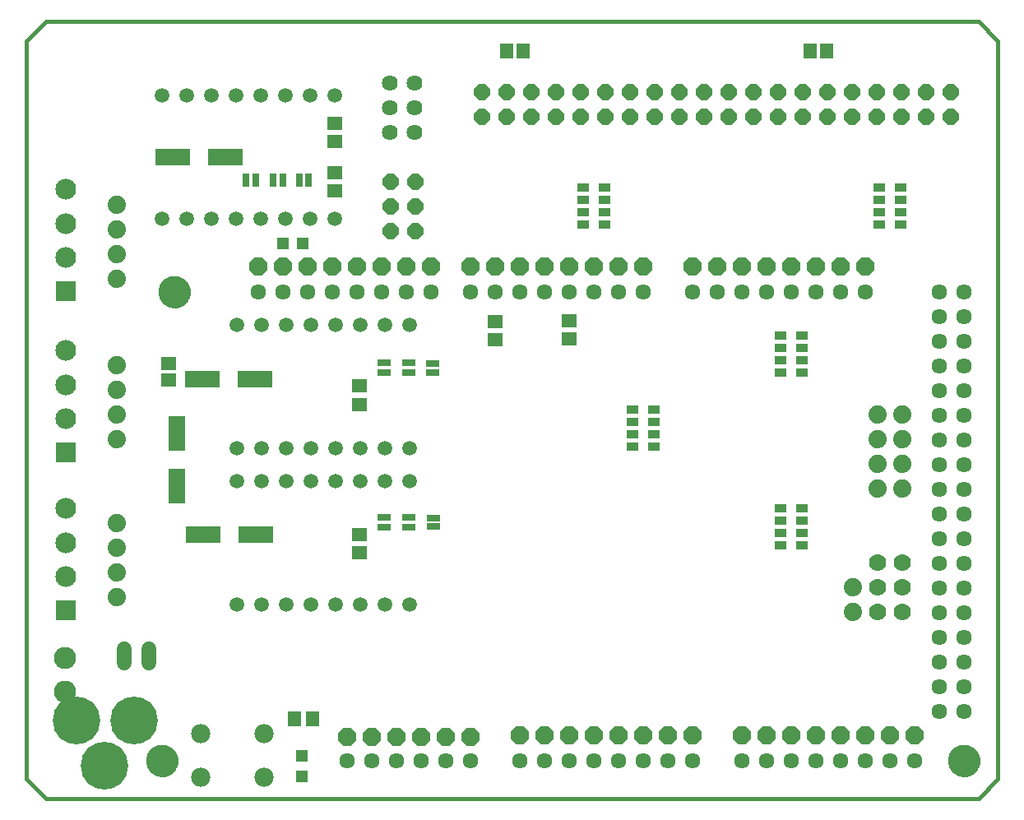
<source format=gts>
G75*
G70*
%OFA0B0*%
%FSLAX24Y24*%
%IPPOS*%
%LPD*%
%AMOC8*
5,1,8,0,0,1.08239X$1,22.5*
%
%ADD10C,0.0160*%
%ADD11C,0.0634*%
%ADD12C,0.0000*%
%ADD13C,0.1300*%
%ADD14R,0.0512X0.0512*%
%ADD15R,0.0670X0.1418*%
%ADD16R,0.0631X0.0552*%
%ADD17C,0.0740*%
%ADD18C,0.0594*%
%ADD19C,0.0640*%
%ADD20R,0.1418X0.0670*%
%ADD21C,0.1930*%
%ADD22C,0.0600*%
%ADD23R,0.0552X0.0631*%
%ADD24R,0.0840X0.0840*%
%ADD25C,0.0840*%
%ADD26C,0.0900*%
%ADD27C,0.0780*%
%ADD28R,0.0473X0.0335*%
%ADD29OC8,0.0740*%
%ADD30C,0.0700*%
%ADD31OC8,0.0640*%
%ADD32R,0.0540X0.0290*%
%ADD33R,0.0290X0.0540*%
D10*
X002220Y002007D02*
X003007Y001220D01*
X040803Y001220D01*
X041590Y002007D01*
X041590Y031929D01*
X040803Y032716D01*
X003007Y032716D01*
X002220Y031929D01*
X002220Y002007D01*
D11*
X015220Y002751D03*
X016220Y002751D03*
X017220Y002751D03*
X018220Y002751D03*
X019220Y002751D03*
X020220Y002751D03*
X022220Y002751D03*
X023220Y002751D03*
X024220Y002751D03*
X025220Y002751D03*
X026220Y002751D03*
X027220Y002751D03*
X028220Y002751D03*
X029220Y002751D03*
X031220Y002751D03*
X032220Y002751D03*
X033220Y002751D03*
X034220Y002751D03*
X035220Y002751D03*
X036220Y002751D03*
X037220Y002751D03*
X038220Y002751D03*
X039220Y004751D03*
X040220Y004751D03*
X040220Y005751D03*
X039220Y005751D03*
X039220Y006751D03*
X040220Y006751D03*
X040220Y007751D03*
X039220Y007751D03*
X039220Y008751D03*
X040220Y008751D03*
X040220Y009751D03*
X039220Y009751D03*
X039220Y010751D03*
X040220Y010751D03*
X040220Y011751D03*
X039220Y011751D03*
X039220Y012751D03*
X040220Y012751D03*
X040220Y013751D03*
X039220Y013751D03*
X039220Y014751D03*
X040220Y014751D03*
X040220Y015751D03*
X039220Y015751D03*
X039220Y016751D03*
X040220Y016751D03*
X040220Y017751D03*
X039220Y017751D03*
X039220Y018751D03*
X040220Y018751D03*
X040220Y019751D03*
X039220Y019751D03*
X039220Y020751D03*
X040220Y020751D03*
X040220Y021751D03*
X039220Y021751D03*
X036220Y021751D03*
X035220Y021751D03*
X034220Y021751D03*
X033220Y021751D03*
X032220Y021751D03*
X031220Y021751D03*
X030220Y021751D03*
X029220Y021751D03*
X027220Y021751D03*
X026220Y021751D03*
X025220Y021751D03*
X024220Y021751D03*
X023220Y021751D03*
X022220Y021751D03*
X021220Y021751D03*
X020220Y021751D03*
X018620Y021751D03*
X017620Y021751D03*
X016620Y021751D03*
X015620Y021751D03*
X014620Y021751D03*
X013620Y021751D03*
X012620Y021751D03*
X011620Y021751D03*
D12*
X007590Y021751D02*
X007592Y021801D01*
X007598Y021851D01*
X007608Y021900D01*
X007622Y021948D01*
X007639Y021995D01*
X007660Y022040D01*
X007685Y022084D01*
X007713Y022125D01*
X007745Y022164D01*
X007779Y022201D01*
X007816Y022235D01*
X007856Y022265D01*
X007898Y022292D01*
X007942Y022316D01*
X007988Y022337D01*
X008035Y022353D01*
X008083Y022366D01*
X008133Y022375D01*
X008182Y022380D01*
X008233Y022381D01*
X008283Y022378D01*
X008332Y022371D01*
X008381Y022360D01*
X008429Y022345D01*
X008475Y022327D01*
X008520Y022305D01*
X008563Y022279D01*
X008604Y022250D01*
X008643Y022218D01*
X008679Y022183D01*
X008711Y022145D01*
X008741Y022105D01*
X008768Y022062D01*
X008791Y022018D01*
X008810Y021972D01*
X008826Y021924D01*
X008838Y021875D01*
X008846Y021826D01*
X008850Y021776D01*
X008850Y021726D01*
X008846Y021676D01*
X008838Y021627D01*
X008826Y021578D01*
X008810Y021530D01*
X008791Y021484D01*
X008768Y021440D01*
X008741Y021397D01*
X008711Y021357D01*
X008679Y021319D01*
X008643Y021284D01*
X008604Y021252D01*
X008563Y021223D01*
X008520Y021197D01*
X008475Y021175D01*
X008429Y021157D01*
X008381Y021142D01*
X008332Y021131D01*
X008283Y021124D01*
X008233Y021121D01*
X008182Y021122D01*
X008133Y021127D01*
X008083Y021136D01*
X008035Y021149D01*
X007988Y021165D01*
X007942Y021186D01*
X007898Y021210D01*
X007856Y021237D01*
X007816Y021267D01*
X007779Y021301D01*
X007745Y021338D01*
X007713Y021377D01*
X007685Y021418D01*
X007660Y021462D01*
X007639Y021507D01*
X007622Y021554D01*
X007608Y021602D01*
X007598Y021651D01*
X007592Y021701D01*
X007590Y021751D01*
X007090Y002751D02*
X007092Y002801D01*
X007098Y002851D01*
X007108Y002900D01*
X007122Y002948D01*
X007139Y002995D01*
X007160Y003040D01*
X007185Y003084D01*
X007213Y003125D01*
X007245Y003164D01*
X007279Y003201D01*
X007316Y003235D01*
X007356Y003265D01*
X007398Y003292D01*
X007442Y003316D01*
X007488Y003337D01*
X007535Y003353D01*
X007583Y003366D01*
X007633Y003375D01*
X007682Y003380D01*
X007733Y003381D01*
X007783Y003378D01*
X007832Y003371D01*
X007881Y003360D01*
X007929Y003345D01*
X007975Y003327D01*
X008020Y003305D01*
X008063Y003279D01*
X008104Y003250D01*
X008143Y003218D01*
X008179Y003183D01*
X008211Y003145D01*
X008241Y003105D01*
X008268Y003062D01*
X008291Y003018D01*
X008310Y002972D01*
X008326Y002924D01*
X008338Y002875D01*
X008346Y002826D01*
X008350Y002776D01*
X008350Y002726D01*
X008346Y002676D01*
X008338Y002627D01*
X008326Y002578D01*
X008310Y002530D01*
X008291Y002484D01*
X008268Y002440D01*
X008241Y002397D01*
X008211Y002357D01*
X008179Y002319D01*
X008143Y002284D01*
X008104Y002252D01*
X008063Y002223D01*
X008020Y002197D01*
X007975Y002175D01*
X007929Y002157D01*
X007881Y002142D01*
X007832Y002131D01*
X007783Y002124D01*
X007733Y002121D01*
X007682Y002122D01*
X007633Y002127D01*
X007583Y002136D01*
X007535Y002149D01*
X007488Y002165D01*
X007442Y002186D01*
X007398Y002210D01*
X007356Y002237D01*
X007316Y002267D01*
X007279Y002301D01*
X007245Y002338D01*
X007213Y002377D01*
X007185Y002418D01*
X007160Y002462D01*
X007139Y002507D01*
X007122Y002554D01*
X007108Y002602D01*
X007098Y002651D01*
X007092Y002701D01*
X007090Y002751D01*
X039590Y002751D02*
X039592Y002801D01*
X039598Y002851D01*
X039608Y002900D01*
X039622Y002948D01*
X039639Y002995D01*
X039660Y003040D01*
X039685Y003084D01*
X039713Y003125D01*
X039745Y003164D01*
X039779Y003201D01*
X039816Y003235D01*
X039856Y003265D01*
X039898Y003292D01*
X039942Y003316D01*
X039988Y003337D01*
X040035Y003353D01*
X040083Y003366D01*
X040133Y003375D01*
X040182Y003380D01*
X040233Y003381D01*
X040283Y003378D01*
X040332Y003371D01*
X040381Y003360D01*
X040429Y003345D01*
X040475Y003327D01*
X040520Y003305D01*
X040563Y003279D01*
X040604Y003250D01*
X040643Y003218D01*
X040679Y003183D01*
X040711Y003145D01*
X040741Y003105D01*
X040768Y003062D01*
X040791Y003018D01*
X040810Y002972D01*
X040826Y002924D01*
X040838Y002875D01*
X040846Y002826D01*
X040850Y002776D01*
X040850Y002726D01*
X040846Y002676D01*
X040838Y002627D01*
X040826Y002578D01*
X040810Y002530D01*
X040791Y002484D01*
X040768Y002440D01*
X040741Y002397D01*
X040711Y002357D01*
X040679Y002319D01*
X040643Y002284D01*
X040604Y002252D01*
X040563Y002223D01*
X040520Y002197D01*
X040475Y002175D01*
X040429Y002157D01*
X040381Y002142D01*
X040332Y002131D01*
X040283Y002124D01*
X040233Y002121D01*
X040182Y002122D01*
X040133Y002127D01*
X040083Y002136D01*
X040035Y002149D01*
X039988Y002165D01*
X039942Y002186D01*
X039898Y002210D01*
X039856Y002237D01*
X039816Y002267D01*
X039779Y002301D01*
X039745Y002338D01*
X039713Y002377D01*
X039685Y002418D01*
X039660Y002462D01*
X039639Y002507D01*
X039622Y002554D01*
X039608Y002602D01*
X039598Y002651D01*
X039592Y002701D01*
X039590Y002751D01*
D13*
X040220Y002751D03*
X008220Y021751D03*
X007720Y002751D03*
D14*
X013379Y002954D03*
X013379Y002127D03*
X013433Y023720D03*
X012607Y023720D03*
D15*
X008311Y016021D03*
X008311Y013895D03*
D16*
X007976Y018180D03*
X007976Y018849D03*
X015720Y017944D03*
X015720Y017196D03*
X021212Y019814D03*
X021212Y020562D03*
X024220Y020594D03*
X024220Y019846D03*
X014720Y025846D03*
X014720Y026594D03*
X014720Y027846D03*
X014720Y028594D03*
X015733Y011921D03*
X015733Y011173D03*
D17*
X005870Y011389D03*
X005870Y012389D03*
X005870Y010389D03*
X005870Y009389D03*
X005870Y015786D03*
X005870Y016786D03*
X005870Y017786D03*
X005870Y018786D03*
X005870Y022270D03*
X005870Y023270D03*
X005870Y024270D03*
X005870Y025270D03*
X035720Y009770D03*
X035720Y008770D03*
X036720Y013770D03*
X037720Y013770D03*
X037720Y014770D03*
X036720Y014770D03*
X036720Y015770D03*
X037720Y015770D03*
X037720Y016770D03*
X036720Y016770D03*
D18*
X017748Y015417D03*
X016748Y015417D03*
X015748Y015417D03*
X014748Y015417D03*
X013748Y015417D03*
X012748Y015417D03*
X011748Y015417D03*
X010748Y015417D03*
X010767Y014098D03*
X011767Y014098D03*
X012767Y014098D03*
X013767Y014098D03*
X014767Y014098D03*
X015767Y014098D03*
X016767Y014098D03*
X017767Y014098D03*
X017767Y009098D03*
X016767Y009098D03*
X015767Y009098D03*
X014767Y009098D03*
X013767Y009098D03*
X012767Y009098D03*
X011767Y009098D03*
X010767Y009098D03*
X010748Y020417D03*
X011748Y020417D03*
X012748Y020417D03*
X013748Y020417D03*
X014748Y020417D03*
X015748Y020417D03*
X016748Y020417D03*
X017748Y020417D03*
X014720Y024720D03*
X013720Y024720D03*
X012720Y024720D03*
X011720Y024720D03*
X010720Y024720D03*
X009720Y024720D03*
X008720Y024720D03*
X007720Y024720D03*
X007720Y029720D03*
X008720Y029720D03*
X009720Y029720D03*
X010720Y029720D03*
X011720Y029720D03*
X012720Y029720D03*
X013720Y029720D03*
X014720Y029720D03*
D19*
X016936Y030217D03*
X017936Y030217D03*
X017936Y029217D03*
X017936Y028217D03*
X016936Y028217D03*
X016936Y029217D03*
D20*
X010283Y027220D03*
X008157Y027220D03*
X009357Y018217D03*
X011483Y018217D03*
X011505Y011901D03*
X009379Y011901D03*
D21*
X006574Y004397D03*
X005393Y002547D03*
X004251Y004397D03*
D22*
X006191Y006730D02*
X006191Y007290D01*
X007191Y007290D02*
X007191Y006730D01*
D23*
X013079Y004451D03*
X013827Y004451D03*
X021685Y031520D03*
X022355Y031520D03*
X033985Y031520D03*
X034655Y031520D03*
D24*
X003820Y021770D03*
X003820Y015236D03*
X003820Y008842D03*
D25*
X003820Y010220D03*
X003820Y011598D03*
X003820Y012976D03*
X003820Y016614D03*
X003820Y017992D03*
X003820Y019370D03*
X003820Y023148D03*
X003820Y024526D03*
X003820Y025904D03*
D26*
X003789Y006928D03*
X003789Y005550D03*
D27*
X009290Y003860D03*
X009290Y002080D03*
X011850Y002080D03*
X011850Y003860D03*
D28*
X026799Y015470D03*
X026799Y015970D03*
X026799Y016470D03*
X026799Y016970D03*
X027641Y016970D03*
X027641Y016470D03*
X027641Y015970D03*
X027641Y015470D03*
X032799Y012970D03*
X032799Y012470D03*
X032799Y011970D03*
X032799Y011470D03*
X033641Y011470D03*
X033641Y011970D03*
X033641Y012470D03*
X033641Y012970D03*
X033641Y018470D03*
X033641Y018970D03*
X033641Y019470D03*
X033641Y019970D03*
X032799Y019970D03*
X032799Y019470D03*
X032799Y018970D03*
X032799Y018470D03*
X036799Y024470D03*
X036799Y024970D03*
X036799Y025470D03*
X036799Y025970D03*
X037641Y025970D03*
X037641Y025470D03*
X037641Y024970D03*
X037641Y024470D03*
X025641Y024470D03*
X025641Y024970D03*
X025641Y025470D03*
X025641Y025970D03*
X024799Y025970D03*
X024799Y025470D03*
X024799Y024970D03*
X024799Y024470D03*
D29*
X025220Y022770D03*
X026220Y022770D03*
X027220Y022770D03*
X029220Y022770D03*
X030220Y022770D03*
X031220Y022770D03*
X032220Y022770D03*
X033220Y022770D03*
X034220Y022770D03*
X035220Y022770D03*
X036220Y022770D03*
X024220Y022770D03*
X023220Y022770D03*
X022220Y022770D03*
X021220Y022770D03*
X020220Y022770D03*
X018620Y022770D03*
X017620Y022770D03*
X016620Y022770D03*
X015620Y022770D03*
X014620Y022770D03*
X013620Y022770D03*
X012620Y022770D03*
X011620Y022770D03*
X015220Y003720D03*
X016220Y003720D03*
X017220Y003720D03*
X018220Y003720D03*
X019220Y003720D03*
X020220Y003720D03*
X022220Y003770D03*
X023220Y003770D03*
X024220Y003770D03*
X025220Y003770D03*
X026220Y003770D03*
X027220Y003770D03*
X028220Y003770D03*
X029220Y003770D03*
X031220Y003770D03*
X032220Y003770D03*
X033220Y003770D03*
X034220Y003770D03*
X035220Y003770D03*
X036220Y003770D03*
X037220Y003770D03*
X038220Y003770D03*
D30*
X037720Y008770D03*
X036720Y008770D03*
X036720Y009770D03*
X037720Y009770D03*
X037720Y010770D03*
X036720Y010770D03*
D31*
X017970Y024220D03*
X016970Y024220D03*
X016970Y025220D03*
X017970Y025220D03*
X017970Y026220D03*
X016970Y026220D03*
X020677Y028834D03*
X021677Y028834D03*
X022677Y028834D03*
X023677Y028834D03*
X024677Y028834D03*
X025677Y028834D03*
X026677Y028834D03*
X027677Y028834D03*
X028677Y028834D03*
X029677Y028834D03*
X030677Y028834D03*
X031677Y028834D03*
X032677Y028834D03*
X033677Y028834D03*
X034677Y028834D03*
X035677Y028834D03*
X036677Y028834D03*
X037677Y028834D03*
X038677Y028834D03*
X039677Y028834D03*
X039677Y029834D03*
X038677Y029834D03*
X037677Y029834D03*
X036677Y029834D03*
X035677Y029834D03*
X034677Y029834D03*
X033677Y029834D03*
X032677Y029834D03*
X031677Y029834D03*
X030677Y029834D03*
X029677Y029834D03*
X028677Y029834D03*
X027677Y029834D03*
X026677Y029834D03*
X025677Y029834D03*
X024677Y029834D03*
X023677Y029834D03*
X022677Y029834D03*
X021677Y029834D03*
X020677Y029834D03*
D32*
X018670Y018847D03*
X018670Y018493D03*
X017720Y018470D03*
X017720Y018870D03*
X016720Y018870D03*
X016720Y018470D03*
X016720Y012620D03*
X016720Y012220D03*
X017720Y012220D03*
X017720Y012620D03*
X018720Y012597D03*
X018720Y012243D03*
D33*
X013647Y026270D03*
X013293Y026270D03*
X012620Y026270D03*
X012220Y026270D03*
X011520Y026270D03*
X011120Y026270D03*
M02*

</source>
